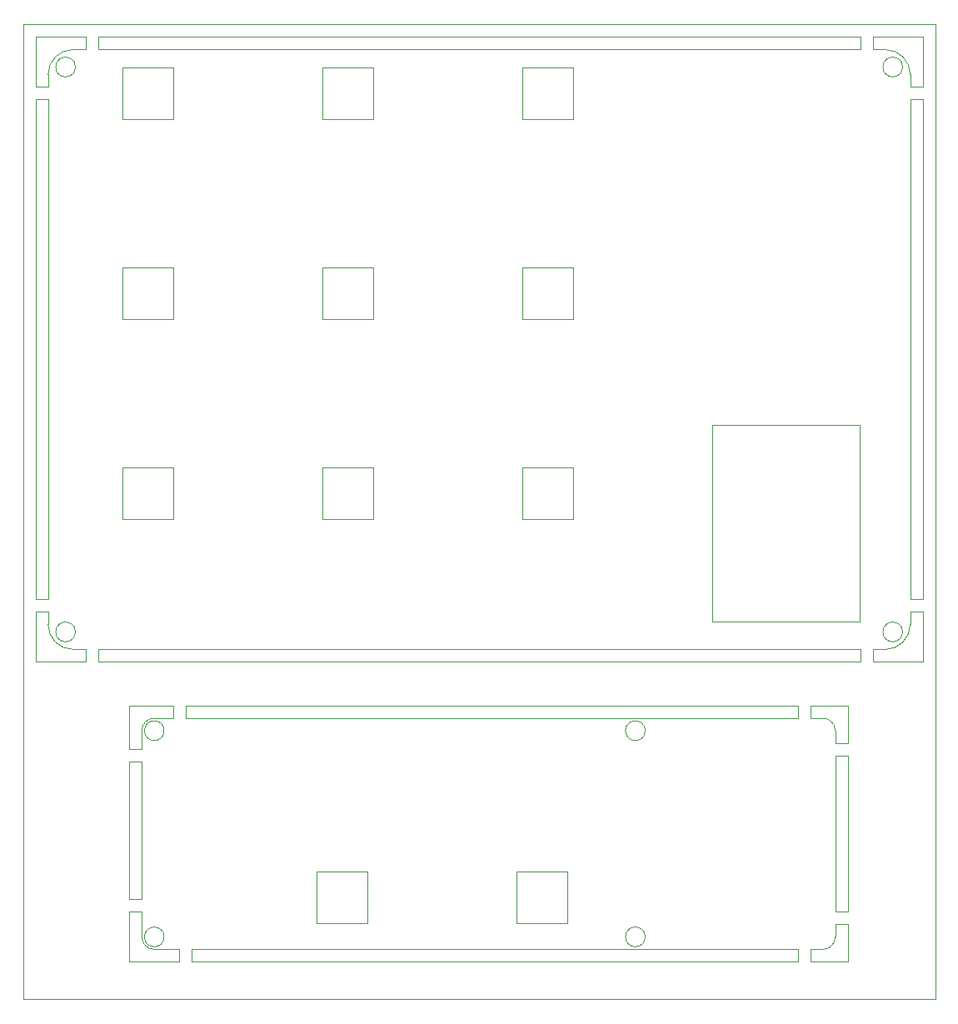
<source format=gbr>
%TF.GenerationSoftware,KiCad,Pcbnew,(6.0.5)*%
%TF.CreationDate,2022-06-14T18:11:56+08:00*%
%TF.ProjectId,keyboard_V4___,6b657962-6f61-4726-945f-56345f087f2e,rev?*%
%TF.SameCoordinates,Original*%
%TF.FileFunction,Profile,NP*%
%FSLAX46Y46*%
G04 Gerber Fmt 4.6, Leading zero omitted, Abs format (unit mm)*
G04 Created by KiCad (PCBNEW (6.0.5)) date 2022-06-14 18:11:56*
%MOMM*%
%LPD*%
G01*
G04 APERTURE LIST*
%TA.AperFunction,Profile*%
%ADD10C,0.050000*%
%TD*%
G04 APERTURE END LIST*
D10*
X110490000Y-125095000D02*
G75*
G03*
X109220000Y-123825000I-1270000J0D01*
G01*
X40005000Y-146050000D02*
G75*
G03*
X41275000Y-147320000I1270000J0D01*
G01*
X119380000Y-60960000D02*
X118110000Y-60960000D01*
X114300000Y-116840000D02*
X114300000Y-118110000D01*
X30480000Y-113030000D02*
X30480000Y-114300000D01*
X106680000Y-148590000D02*
X106680000Y-147320000D01*
X44450000Y-122555000D02*
X44450000Y-123825000D01*
X40005000Y-125095000D02*
X40005000Y-127000000D01*
X111760000Y-148590000D02*
X111760000Y-144780000D01*
X43241538Y-103567747D02*
X38059938Y-103567747D01*
X38059938Y-103567747D02*
X38059938Y-98356147D01*
X38059938Y-98356147D02*
X43241538Y-98356147D01*
X43241538Y-98356147D02*
X43241538Y-103567747D01*
X110490000Y-126365000D02*
X110490000Y-125095000D01*
X109220000Y-147320000D02*
G75*
G03*
X110490000Y-146050000I0J1270000D01*
G01*
X119380000Y-111760000D02*
X119380000Y-60960000D01*
X113030000Y-55880000D02*
X35560000Y-55880000D01*
X118110000Y-111760000D02*
X119380000Y-111760000D01*
X57789200Y-139414200D02*
X62970800Y-139414200D01*
X62970800Y-139414200D02*
X62970800Y-144666600D01*
X62970800Y-144666600D02*
X57789200Y-144666600D01*
X57789200Y-144666600D02*
X57789200Y-139414200D01*
X113030000Y-55880000D02*
X113030000Y-54610000D01*
X29210000Y-54610000D02*
X29210000Y-59690000D01*
X107950000Y-147320000D02*
X107950000Y-148590000D01*
X35560000Y-116840000D02*
X35560000Y-118110000D01*
X34290000Y-54610000D02*
X34290000Y-55880000D01*
X83870800Y-83235800D02*
X78689200Y-83235800D01*
X78689200Y-83235800D02*
X78689200Y-78054200D01*
X78689200Y-78054200D02*
X83870800Y-78054200D01*
X83870800Y-78054200D02*
X83870800Y-83235800D01*
X40005000Y-128270000D02*
X40005000Y-142240000D01*
X27940000Y-53340000D02*
X120650000Y-53340000D01*
X120650000Y-53340000D02*
X120650000Y-152400000D01*
X120650000Y-152400000D02*
X27940000Y-152400000D01*
X27940000Y-152400000D02*
X27940000Y-53340000D01*
X40005000Y-143510000D02*
X40005000Y-146050000D01*
X114300000Y-55880000D02*
X114300000Y-54610000D01*
X117332000Y-57658000D02*
G75*
G03*
X117332000Y-57658000I-1000000J0D01*
G01*
X110490000Y-144780000D02*
X110490000Y-146050000D01*
X38735000Y-142240000D02*
X38735000Y-128270000D01*
X110490000Y-143510000D02*
X111760000Y-143510000D01*
X111760000Y-143510000D02*
X111760000Y-127635000D01*
X34290000Y-54610000D02*
X29210000Y-54610000D01*
X30480000Y-60960000D02*
X29210000Y-60960000D01*
X83876806Y-103618547D02*
X78695206Y-103618547D01*
X78695206Y-103618547D02*
X78695206Y-98315347D01*
X78695206Y-98315347D02*
X83876806Y-98315347D01*
X83876806Y-98315347D02*
X83876806Y-103618547D01*
X35560000Y-54610000D02*
X35560000Y-55880000D01*
X43241538Y-83255800D02*
X38059938Y-83255800D01*
X38059938Y-83255800D02*
X38059938Y-78054200D01*
X38059938Y-78054200D02*
X43241538Y-78054200D01*
X43241538Y-78054200D02*
X43241538Y-83255800D01*
X111760000Y-144780000D02*
X110490000Y-144780000D01*
X38735000Y-143510000D02*
X40005000Y-143510000D01*
X91170000Y-146050000D02*
G75*
G03*
X91170000Y-146050000I-1000000J0D01*
G01*
X30480000Y-59690000D02*
X30480000Y-58420000D01*
X29210000Y-60960000D02*
X29210000Y-111760000D01*
X119380000Y-54610000D02*
X119380000Y-59690000D01*
X63559172Y-83255800D02*
X58377572Y-83255800D01*
X58377572Y-83255800D02*
X58377572Y-78054200D01*
X58377572Y-78054200D02*
X63559172Y-78054200D01*
X63559172Y-78054200D02*
X63559172Y-83255800D01*
X63550800Y-103575000D02*
X58369200Y-103575000D01*
X58369200Y-103575000D02*
X58369200Y-98322600D01*
X58369200Y-98322600D02*
X63550800Y-98322600D01*
X63550800Y-98322600D02*
X63550800Y-103575000D01*
X33020000Y-55880000D02*
X34290000Y-55880000D01*
X43815000Y-148590000D02*
X43815000Y-147320000D01*
X119380000Y-118110000D02*
X119380000Y-113030000D01*
X43180000Y-123825000D02*
X41275000Y-123825000D01*
X115570000Y-55880000D02*
X114300000Y-55880000D01*
X117332000Y-115062000D02*
G75*
G03*
X117332000Y-115062000I-1000000J0D01*
G01*
X41275000Y-123825000D02*
G75*
G03*
X40005000Y-125095000I0J-1270000D01*
G01*
X40005000Y-127000000D02*
X38735000Y-127000000D01*
X114300000Y-54610000D02*
X119380000Y-54610000D01*
X78109200Y-139398800D02*
X83290800Y-139398800D01*
X83290800Y-139398800D02*
X83290800Y-144651200D01*
X83290800Y-144651200D02*
X78109200Y-144651200D01*
X78109200Y-144651200D02*
X78109200Y-139398800D01*
X118110000Y-60960000D02*
X118110000Y-111760000D01*
X113030000Y-54610000D02*
X35560000Y-54610000D01*
X30480000Y-60960000D02*
X30480000Y-111760000D01*
X106680000Y-147320000D02*
X45085000Y-147320000D01*
X44450000Y-123825000D02*
X106680000Y-123825000D01*
X30480000Y-114300000D02*
G75*
G03*
X33020000Y-116840000I2540000J0D01*
G01*
X42275000Y-125095000D02*
G75*
G03*
X42275000Y-125095000I-1000000J0D01*
G01*
X45085000Y-147320000D02*
X45085000Y-148590000D01*
X110490000Y-127635000D02*
X110490000Y-143510000D01*
X111760000Y-122555000D02*
X111760000Y-126365000D01*
X30480000Y-113030000D02*
X29210000Y-113030000D01*
X107950000Y-148590000D02*
X111760000Y-148590000D01*
X43230800Y-62935800D02*
X38049200Y-62935800D01*
X38049200Y-62935800D02*
X38049200Y-57714200D01*
X38049200Y-57714200D02*
X43230800Y-57714200D01*
X43230800Y-57714200D02*
X43230800Y-62935800D01*
X34290000Y-118110000D02*
X34290000Y-116840000D01*
X38735000Y-122555000D02*
X43180000Y-122555000D01*
X29210000Y-111760000D02*
X30480000Y-111760000D01*
X40005000Y-142240000D02*
X38735000Y-142240000D01*
X111760000Y-127635000D02*
X110490000Y-127635000D01*
X113030000Y-118110000D02*
X113030000Y-116840000D01*
X119380000Y-59690000D02*
X118110000Y-59690000D01*
X106680000Y-122555000D02*
X44450000Y-122555000D01*
X43815000Y-147320000D02*
X41275000Y-147320000D01*
X45085000Y-148590000D02*
X106680000Y-148590000D01*
X115570000Y-116840000D02*
X114300000Y-116840000D01*
X118110000Y-58420000D02*
X118110000Y-59690000D01*
X114300000Y-118110000D02*
X119380000Y-118110000D01*
X109220000Y-123825000D02*
X107950000Y-123825000D01*
X35560000Y-116840000D02*
X113030000Y-116840000D01*
X29210000Y-113030000D02*
X29210000Y-118110000D01*
X107950000Y-123825000D02*
X107950000Y-122555000D01*
X34290000Y-116840000D02*
X33020000Y-116840000D01*
X83870800Y-62925800D02*
X78689200Y-62925800D01*
X78689200Y-62925800D02*
X78689200Y-57683400D01*
X78689200Y-57683400D02*
X83870800Y-57683400D01*
X83870800Y-57683400D02*
X83870800Y-62925800D01*
X38735000Y-127000000D02*
X38735000Y-122555000D01*
X107950000Y-122555000D02*
X111760000Y-122555000D01*
X35560000Y-118110000D02*
X113030000Y-118110000D01*
X33258000Y-57658000D02*
G75*
G03*
X33258000Y-57658000I-1000000J0D01*
G01*
X38735000Y-143510000D02*
X38735000Y-148590000D01*
X91170000Y-125095000D02*
G75*
G03*
X91170000Y-125095000I-1000000J0D01*
G01*
X29210000Y-118110000D02*
X34290000Y-118110000D01*
X33020000Y-55880000D02*
G75*
G03*
X30480000Y-58420000I0J-2540000D01*
G01*
X118110000Y-58420000D02*
G75*
G03*
X115570000Y-55880000I-2540000J0D01*
G01*
X63550800Y-62935800D02*
X58369200Y-62935800D01*
X58369200Y-62935800D02*
X58369200Y-57714200D01*
X58369200Y-57714200D02*
X63550800Y-57714200D01*
X63550800Y-57714200D02*
X63550800Y-62935800D01*
X98000000Y-94000000D02*
X113000000Y-94000000D01*
X113000000Y-94000000D02*
X113000000Y-114000000D01*
X113000000Y-114000000D02*
X98000000Y-114000000D01*
X98000000Y-114000000D02*
X98000000Y-94000000D01*
X29210000Y-59690000D02*
X30480000Y-59690000D01*
X43180000Y-122555000D02*
X43180000Y-123825000D01*
X106680000Y-123825000D02*
X106680000Y-122555000D01*
X42275000Y-146050000D02*
G75*
G03*
X42275000Y-146050000I-1000000J0D01*
G01*
X118110000Y-113030000D02*
X118110000Y-114300000D01*
X115570000Y-116840000D02*
G75*
G03*
X118110000Y-114300000I0J2540000D01*
G01*
X33258000Y-115062000D02*
G75*
G03*
X33258000Y-115062000I-1000000J0D01*
G01*
X38735000Y-148590000D02*
X43815000Y-148590000D01*
X109220000Y-147320000D02*
X107950000Y-147320000D01*
X119380000Y-113030000D02*
X118110000Y-113030000D01*
X111760000Y-126365000D02*
X110490000Y-126365000D01*
X38735000Y-128270000D02*
X40005000Y-128270000D01*
M02*

</source>
